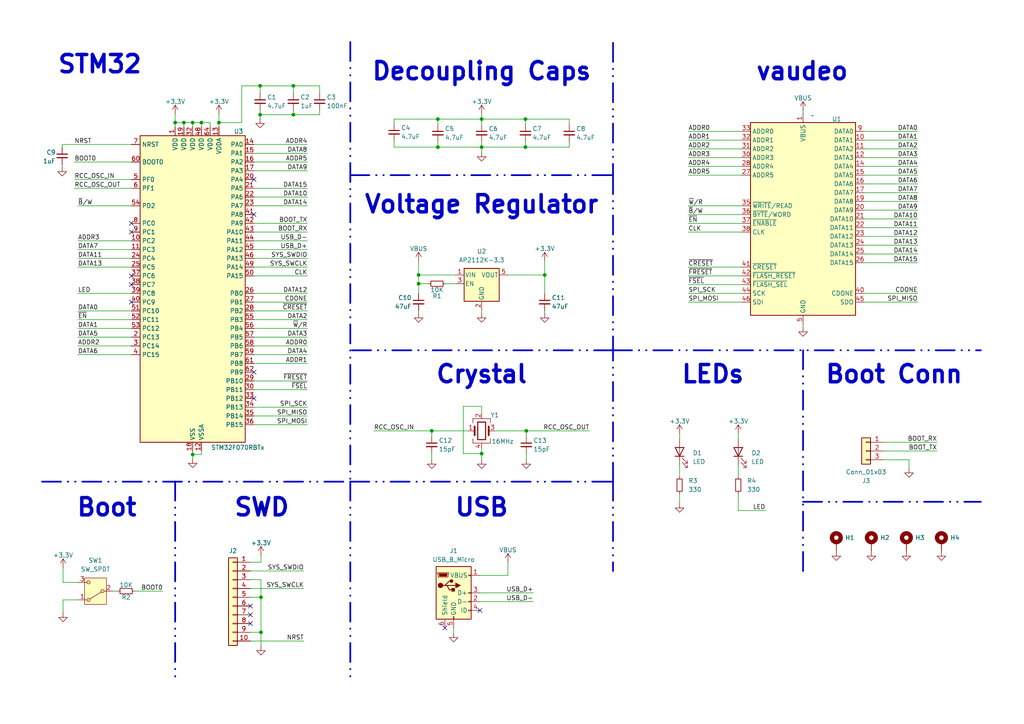
<source format=kicad_sch>
(kicad_sch (version 20231120) (generator "eeschema") (generator_version "8.0")
  (paper "A4")
  (title_block (title "Vaudeo Companion") (date "2025-01-22") (rev "A") (comment 1 "Companion to the vaudeo board") (comment 3 "https://github.com/oricomp/vaudeo") (comment 4 "Created by Jacob Long"))
  (lib_symbols
    (symbol "Connector:USB_B_Micro" (pin_names (offset 1.016))
      (property "Reference" "J" (at -5.08 11.43 0))
      (property "Value" "USB_B_Micro" (at -5.08 8.89 0))
      (symbol "USB_B_Micro_1_1"
        (pin power_out line (at 7.62 5.08 180) (length 2.54) (name "VBUS") (number "1"))
        (pin bidirectional line (at 7.62 -2.54 180) (length 2.54) (name "D-") (number "2"))
        (pin bidirectional line (at 7.62 0 180) (length 2.54) (name "D+") (number "3"))
        (pin passive line (at 7.62 -5.08 180) (length 2.54) (name "ID") (number "4"))
        (pin power_out line (at 0 -10.16 90) (length 2.54) (name "GND") (number "5"))
        (pin passive line (at -2.54 -10.16 90) (length 2.54) (name "Shield") (number "6"))
      )
    )
    (symbol "Connector_Generic:Conn_01x03" (pin_names (offset 1.016) hide)
      (property "Reference" "J" (at 0 5.08 0))
      (property "Value" "Conn_01x03" (at 0 -5.08 0))
      (symbol "Conn_01x03_1_1"
        (pin passive line (at -5.08 2.54 0) (length 3.81) (name "Pin_1") (number "1"))
        (pin passive line (at -5.08 0 0) (length 3.81) (name "Pin_2") (number "2"))
        (pin passive line (at -5.08 -2.54 0) (length 3.81) (name "Pin_3") (number "3"))
      )
    )
    (symbol "Connector_Generic:Conn_01x10" (pin_names (offset 1.016) hide)
      (property "Reference" "J" (at 0 12.7 0))
      (property "Value" "Conn_01x10" (at 0 -15.24 0))
      (symbol "Conn_01x10_1_1"
        (pin passive line (at -5.08 10.16 0) (length 3.81) (name "Pin_1") (number "1"))
        (pin passive line (at -5.08 -12.7 0) (length 3.81) (name "Pin_10") (number "10"))
        (pin passive line (at -5.08 7.62 0) (length 3.81) (name "Pin_2") (number "2"))
        (pin passive line (at -5.08 5.08 0) (length 3.81) (name "Pin_3") (number "3"))
        (pin passive line (at -5.08 2.54 0) (length 3.81) (name "Pin_4") (number "4"))
        (pin passive line (at -5.08 0 0) (length 3.81) (name "Pin_5") (number "5"))
        (pin passive line (at -5.08 -2.54 0) (length 3.81) (name "Pin_6") (number "6"))
        (pin passive line (at -5.08 -5.08 0) (length 3.81) (name "Pin_7") (number "7"))
        (pin passive line (at -5.08 -7.62 0) (length 3.81) (name "Pin_8") (number "8"))
        (pin passive line (at -5.08 -10.16 0) (length 3.81) (name "Pin_9") (number "9"))
      )
    )
    (symbol "Device:C_Small" (pin_numbers hide) (pin_names (offset 0.254) hide)
      (property "Reference" "C" (at 0.254 1.778 0))
      (property "Value" "C_Small" (at 0.254 -2.032 0))
      (symbol "C_Small_1_1"
        (pin passive line (at 0 2.54 270) (length 2.032) (name "~") (number "1"))
        (pin passive line (at 0 -2.54 90) (length 2.032) (name "~") (number "2"))
      )
    )
    (symbol "Device:Crystal_GND24" (pin_names (offset 1.016) hide)
      (property "Reference" "Y" (at 3.175 5.08 0))
      (property "Value" "Crystal_GND24" (at 3.175 3.175 0))
      (symbol "Crystal_GND24_1_1"
        (pin passive line (at -3.81 0 0) (length 1.27) (name "1") (number "1"))
        (pin passive line (at 0 5.08 270) (length 1.27) (name "2") (number "2"))
        (pin passive line (at 3.81 0 180) (length 1.27) (name "3") (number "3"))
        (pin passive line (at 0 -5.08 90) (length 1.27) (name "4") (number "4"))
      )
    )
    (symbol "Device:LED" (pin_numbers hide) (pin_names (offset 1.016) hide)
      (property "Reference" "D" (at 0 2.54 0))
      (property "Value" "LED" (at 0 -2.54 0))
      (symbol "LED_1_1"
        (pin passive line (at -3.81 0 0) (length 2.54) (name "K") (number "1"))
        (pin passive line (at 3.81 0 180) (length 2.54) (name "A") (number "2"))
      )
    )
    (symbol "Device:R_Small" (pin_numbers hide) (pin_names (offset 0.254) hide)
      (property "Reference" "R" (at 0.762 0.508 0))
      (property "Value" "R_Small" (at 0.762 -1.016 0))
      (symbol "R_Small_1_1"
        (pin passive line (at 0 2.54 270) (length 0.762) (name "~") (number "1"))
        (pin passive line (at 0 -2.54 90) (length 0.762) (name "~") (number "2"))
      )
    )
    (symbol "MCU_ST_STM32F0:STM32F070RBTx"
      (property "Reference" "U" (at -15.24 46.99 0))
      (property "Value" "STM32F070RBTx" (at 10.16 46.99 0))
      (symbol "STM32F070RBTx_1_1"
        (pin power_in line (at -5.08 48.26 270) (length 2.54) (name "VDD") (number "1"))
        (pin bidirectional line (at -17.78 15.24 0) (length 2.54) (name "PC2") (number "10"))
        (pin bidirectional line (at -17.78 12.7 0) (length 2.54) (name "PC3") (number "11"))
        (pin power_in line (at 2.54 -45.72 90) (length 2.54) (name "VSSA") (number "12"))
        (pin power_in line (at 7.62 48.26 270) (length 2.54) (name "VDDA") (number "13"))
        (pin bidirectional line (at 17.78 43.18 180) (length 2.54) (name "PA0") (number "14"))
        (pin bidirectional line (at 17.78 40.64 180) (length 2.54) (name "PA1") (number "15"))
        (pin bidirectional line (at 17.78 38.1 180) (length 2.54) (name "PA2") (number "16"))
        (pin bidirectional line (at 17.78 35.56 180) (length 2.54) (name "PA3") (number "17"))
        (pin power_in line (at 0 -45.72 90) (length 2.54) (name "VSS") (number "18"))
        (pin power_in line (at -2.54 48.26 270) (length 2.54) (name "VDD") (number "19"))
        (pin bidirectional line (at -17.78 -12.7 0) (length 2.54) (name "PC13") (number "2"))
        (pin bidirectional line (at 17.78 33.02 180) (length 2.54) (name "PA4") (number "20"))
        (pin bidirectional line (at 17.78 30.48 180) (length 2.54) (name "PA5") (number "21"))
        (pin bidirectional line (at 17.78 27.94 180) (length 2.54) (name "PA6") (number "22"))
        (pin bidirectional line (at 17.78 25.4 180) (length 2.54) (name "PA7") (number "23"))
        (pin bidirectional line (at -17.78 10.16 0) (length 2.54) (name "PC4") (number "24"))
        (pin bidirectional line (at -17.78 7.62 0) (length 2.54) (name "PC5") (number "25"))
        (pin bidirectional line (at 17.78 0 180) (length 2.54) (name "PB0") (number "26"))
        (pin bidirectional line (at 17.78 -2.54 180) (length 2.54) (name "PB1") (number "27"))
        (pin bidirectional line (at 17.78 -5.08 180) (length 2.54) (name "PB2") (number "28"))
        (pin bidirectional line (at 17.78 -25.4 180) (length 2.54) (name "PB10") (number "29"))
        (pin bidirectional line (at -17.78 -15.24 0) (length 2.54) (name "PC14") (number "3"))
        (pin bidirectional line (at 17.78 -27.94 180) (length 2.54) (name "PB11") (number "30"))
        (pin passive line (at 0 -45.72 90) (length 2.54) hide (name "VSS") (number "31"))
        (pin power_in line (at 0 48.26 270) (length 2.54) (name "VDD") (number "32"))
        (pin bidirectional line (at 17.78 -30.48 180) (length 2.54) (name "PB12") (number "33"))
        (pin bidirectional line (at 17.78 -33.02 180) (length 2.54) (name "PB13") (number "34"))
        (pin bidirectional line (at 17.78 -35.56 180) (length 2.54) (name "PB14") (number "35"))
        (pin bidirectional line (at 17.78 -38.1 180) (length 2.54) (name "PB15") (number "36"))
        (pin bidirectional line (at -17.78 5.08 0) (length 2.54) (name "PC6") (number "37"))
        (pin bidirectional line (at -17.78 2.54 0) (length 2.54) (name "PC7") (number "38"))
        (pin bidirectional line (at -17.78 0 0) (length 2.54) (name "PC8") (number "39"))
        (pin bidirectional line (at -17.78 -17.78 0) (length 2.54) (name "PC15") (number "4"))
        (pin bidirectional line (at -17.78 -2.54 0) (length 2.54) (name "PC9") (number "40"))
        (pin bidirectional line (at 17.78 22.86 180) (length 2.54) (name "PA8") (number "41"))
        (pin bidirectional line (at 17.78 20.32 180) (length 2.54) (name "PA9") (number "42"))
        (pin bidirectional line (at 17.78 17.78 180) (length 2.54) (name "PA10") (number "43"))
        (pin bidirectional line (at 17.78 15.24 180) (length 2.54) (name "PA11") (number "44"))
        (pin bidirectional line (at 17.78 12.7 180) (length 2.54) (name "PA12") (number "45"))
        (pin bidirectional line (at 17.78 10.16 180) (length 2.54) (name "PA13") (number "46"))
        (pin passive line (at 0 -45.72 90) (length 2.54) hide (name "VSS") (number "47"))
        (pin power_in line (at 2.54 48.26 270) (length 2.54) (name "VDD") (number "48"))
        (pin bidirectional line (at 17.78 7.62 180) (length 2.54) (name "PA14") (number "49"))
        (pin bidirectional line (at -17.78 33.02 0) (length 2.54) (name "PF0") (number "5"))
        (pin bidirectional line (at 17.78 5.08 180) (length 2.54) (name "PA15") (number "50"))
        (pin bidirectional line (at -17.78 -5.08 0) (length 2.54) (name "PC10") (number "51"))
        (pin bidirectional line (at -17.78 -7.62 0) (length 2.54) (name "PC11") (number "52"))
        (pin bidirectional line (at -17.78 -10.16 0) (length 2.54) (name "PC12") (number "53"))
        (pin bidirectional line (at -17.78 25.4 0) (length 2.54) (name "PD2") (number "54"))
        (pin bidirectional line (at 17.78 -7.62 180) (length 2.54) (name "PB3") (number "55"))
        (pin bidirectional line (at 17.78 -10.16 180) (length 2.54) (name "PB4") (number "56"))
        (pin bidirectional line (at 17.78 -12.7 180) (length 2.54) (name "PB5") (number "57"))
        (pin bidirectional line (at 17.78 -15.24 180) (length 2.54) (name "PB6") (number "58"))
        (pin bidirectional line (at 17.78 -17.78 180) (length 2.54) (name "PB7") (number "59"))
        (pin bidirectional line (at -17.78 30.48 0) (length 2.54) (name "PF1") (number "6"))
        (pin input line (at -17.78 38.1 0) (length 2.54) (name "BOOT0") (number "60"))
        (pin bidirectional line (at 17.78 -20.32 180) (length 2.54) (name "PB8") (number "61"))
        (pin bidirectional line (at 17.78 -22.86 180) (length 2.54) (name "PB9") (number "62"))
        (pin passive line (at 0 -45.72 90) (length 2.54) hide (name "VSS") (number "63"))
        (pin power_in line (at 5.08 48.26 270) (length 2.54) (name "VDD") (number "64"))
        (pin input line (at -17.78 43.18 0) (length 2.54) (name "NRST") (number "7"))
        (pin bidirectional line (at -17.78 20.32 0) (length 2.54) (name "PC0") (number "8"))
        (pin bidirectional line (at -17.78 17.78 0) (length 2.54) (name "PC1") (number "9"))
      )
    )
    (symbol "Mechanical:MountingHole_Pad" (pin_numbers hide) (pin_names (offset 1.016) hide) (exclude_from_sim yes) (in_bom no)
      (property "Reference" "H" (at 0 6.35 0))
      (property "Value" "MountingHole_Pad" (at 0 4.445 0))
      (symbol "MountingHole_Pad_1_1"
        (pin input line (at 0 -2.54 90) (length 2.54) (name "1") (number "1"))
      )
    )
    (symbol "Regulator_Linear:AP2112K-3.3" (pin_names (offset 0.254))
      (property "Reference" "U" (at -5.08 5.715 0))
      (property "Value" "AP2112K-3.3" (at 0 5.715 0))
      (symbol "AP2112K-3.3_1_1"
        (pin power_in line (at -7.62 2.54 0) (length 2.54) (name "VIN") (number "1"))
        (pin power_in line (at 0 -7.62 90) (length 2.54) (name "GND") (number "2"))
        (pin input line (at -7.62 0 0) (length 2.54) (name "EN") (number "3"))
        (pin no_connect line (at 5.08 0 180) (length 2.54) hide (name "NC") (number "4"))
        (pin power_out line (at 7.62 2.54 180) (length 2.54) (name "VOUT") (number "5"))
      )
    )
    (symbol "Switch:SW_SPDT" (pin_names (offset 0) hide)
      (property "Reference" "SW" (at 0 5.08 0))
      (property "Value" "SW_SPDT" (at 0 -5.08 0))
      (symbol "SW_SPDT_1_1"
        (pin passive line (at 5.08 2.54 180) (length 2.54) (name "A") (number "1"))
        (pin passive line (at -5.08 0 0) (length 2.54) (name "B") (number "2"))
        (pin passive line (at 5.08 -2.54 180) (length 2.54) (name "C") (number "3"))
      )
    )
    (symbol "power:+3.3V" (power) (pin_numbers hide) (pin_names (offset 0) hide)
      (property "Value" "+3.3V" (at 0 3.556 0))
      (symbol "+3.3V_1_1"
        (pin power_in line (at 0 0 90) (length 0) (name "~") (number "1"))
      )
    )
    (symbol "power:GND" (power) (pin_numbers hide) (pin_names (offset 0) hide)
      (property "Value" "GND" (at 0 -3.81 0))
      (symbol "GND_1_1"
        (pin power_in line (at 0 0 270) (length 0) (name "~") (number "1"))
      )
    )
    (symbol "power:VBUS" (power) (pin_numbers hide) (pin_names (offset 0) hide)
      (property "Value" "VBUS" (at 0 3.556 0))
      (symbol "VBUS_1_1"
        (pin power_in line (at 0 0 90) (length 0) (name "~") (number "1"))
      )
    )
    (symbol "vaudeo:vaudeo"
      (property "Reference" "U" (at 10.414 32.766 0))
      (symbol "vaudeo_0_0"
        (pin power_in line (at 0 34.29 270) (length 2.54) (name "VBUS") (number "1"))
        (pin bidirectional line (at 17.78 26.67 180) (length 2.54) (name "DATA1") (number "10"))
        (pin bidirectional line (at 17.78 24.13 180) (length 2.54) (name "DATA2") (number "11"))
        (pin bidirectional line (at 17.78 21.59 180) (length 2.54) (name "DATA3") (number "12"))
        (pin bidirectional line (at 17.78 19.05 180) (length 2.54) (name "DATA4") (number "14"))
        (pin bidirectional line (at 17.78 16.51 180) (length 2.54) (name "DATA5") (number "15"))
        (pin bidirectional line (at 17.78 13.97 180) (length 2.54) (name "DATA6") (number "16"))
        (pin bidirectional line (at 17.78 11.43 180) (length 2.54) (name "DATA7") (number "17"))
        (pin bidirectional line (at 17.78 8.89 180) (length 2.54) (name "DATA8") (number "19"))
        (pin bidirectional line (at 17.78 6.35 180) (length 2.54) (name "DATA9") (number "20"))
        (pin bidirectional line (at 17.78 3.81 180) (length 2.54) (name "DATA10") (number "21"))
        (pin bidirectional line (at 17.78 1.27 180) (length 2.54) (name "DATA11") (number "22"))
        (pin bidirectional line (at 17.78 -1.27 180) (length 2.54) (name "DATA12") (number "23"))
        (pin bidirectional line (at 17.78 -3.81 180) (length 2.54) (name "DATA13") (number "24"))
        (pin bidirectional line (at 17.78 -6.35 180) (length 2.54) (name "DATA14") (number "25"))
        (pin bidirectional line (at 17.78 -8.89 180) (length 2.54) (name "DATA15") (number "26"))
        (pin input line (at -17.78 16.51 0) (length 2.54) (name "ADDR5") (number "27"))
        (pin input line (at -17.78 19.05 0) (length 2.54) (name "ADDR4") (number "28"))
        (pin input line (at -17.78 21.59 0) (length 2.54) (name "ADDR3") (number "30"))
        (pin input line (at -17.78 24.13 0) (length 2.54) (name "ADDR2") (number "31"))
        (pin input line (at -17.78 26.67 0) (length 2.54) (name "ADDR1") (number "32"))
        (pin input line (at -17.78 29.21 0) (length 2.54) (name "ADDR0") (number "33"))
        (pin input line (at -17.78 7.62 0) (length 2.54) (name "~{WRITE}/READ") (number "35"))
        (pin input line (at -17.78 5.08 0) (length 2.54) (name "~{BYTE}/WORD") (number "36"))
        (pin input line (at -17.78 2.54 0) (length 2.54) (name "~{ENABLE}") (number "37"))
        (pin input line (at -17.78 0 0) (length 2.54) (name "CLK") (number "38"))
        (pin output line (at 17.78 -17.78 180) (length 2.54) (name "CDONE") (number "40"))
        (pin input line (at -17.78 -10.16 0) (length 2.54) (name "~{CRESET}") (number "41"))
        (pin input line (at -17.78 -12.7 0) (length 2.54) (name "~{FLASH_RESET}") (number "42"))
        (pin input line (at -17.78 -15.24 0) (length 2.54) (name "~{FLASH_SEL}") (number "43"))
        (pin input line (at -17.78 -17.78 0) (length 2.54) (name "SCK") (number "44"))
        (pin output line (at 17.78 -20.32 180) (length 2.54) (name "SDO") (number "45"))
        (pin input line (at -17.78 -20.32 0) (length 2.54) (name "SDI") (number "46"))
        (pin bidirectional line (at 17.78 29.21 180) (length 2.54) (name "DATA0") (number "9"))
      )
      (symbol "vaudeo_1_0"
        (pin power_in line (at 0 -26.67 90) (length 2.54) hide (name "GND") (number "13"))
        (pin power_in line (at 0 -26.67 90) (length 2.54) hide (name "GND") (number "18"))
        (pin power_in line (at 0 34.29 270) (length 2.54) hide (name "VBUS") (number "2"))
        (pin power_in line (at 0 -26.67 90) (length 2.54) hide (name "GND") (number "29"))
        (pin power_in line (at 0 34.29 270) (length 2.54) hide (name "VBUS") (number "3"))
        (pin power_in line (at 0 -26.67 90) (length 2.54) hide (name "GND") (number "34"))
        (pin power_in line (at 0 -26.67 90) (length 2.54) hide (name "GND") (number "39"))
        (pin power_in line (at 0 34.29 270) (length 2.54) hide (name "VBUS") (number "4"))
        (pin power_in line (at 0 -26.67 90) (length 2.54) (name "GND") (number "5"))
        (pin power_in line (at 0 -26.67 90) (length 2.54) hide (name "GND") (number "6"))
        (pin power_in line (at 0 -26.67 90) (length 2.54) hide (name "GND") (number "7"))
        (pin power_in line (at 0 -26.67 90) (length 2.54) hide (name "GND") (number "8"))
      )
    )
  )
  (junction (at 50.8 35.56))
  (junction (at 53.34 35.56))
  (junction (at 55.88 35.56))
  (junction (at 75.692 173.228))
  (junction (at 85.09 24.892))
  (junction (at 85.09 33.274))
  (junction (at 152.4 34.544))
  (junction (at 139.7 131.572))
  (junction (at 139.7 42.672))
  (junction (at 157.988 79.756))
  (junction (at 55.88 131.826))
  (junction (at 75.692 183.388))
  (junction (at 127 34.544))
  (junction (at 75.438 24.892))
  (junction (at 152.4 42.672))
  (junction (at 75.438 33.274))
  (junction (at 121.412 82.296))
  (junction (at 58.42 35.56))
  (junction (at 139.7 34.544))
  (junction (at 152.654 124.968))
  (junction (at 63.5 35.56))
  (junction (at 121.412 79.756))
  (junction (at 125.222 124.968))
  (junction (at 127 42.672))
  (no_connect (at 38.1 87.63))
  (no_connect (at 38.1 80.01))
  (no_connect (at 72.644 175.768))
  (no_connect (at 38.1 67.31))
  (no_connect (at 73.66 115.57))
  (no_connect (at 72.644 178.308))
  (no_connect (at 38.1 82.55))
  (no_connect (at 139.192 177.038))
  (no_connect (at 38.1 64.77))
  (no_connect (at 73.66 62.23))
  (no_connect (at 72.644 180.848))
  (no_connect (at 73.66 52.07))
  (no_connect (at 129.032 182.118))
  (no_connect (at 73.66 107.95))
  (wire (pts (xy 73.66 59.69) (xy 89.154 59.69)))
  (wire (pts (xy 250.698 58.42) (xy 266.192 58.42)))
  (wire (pts (xy 263.652 133.35) (xy 256.286 133.35)))
  (wire (pts (xy 215.138 50.8) (xy 199.644 50.8)))
  (wire (pts (xy 165.1 41.148) (xy 165.1 42.672)))
  (wire (pts (xy 72.644 185.928) (xy 88.138 185.928)))
  (wire (pts (xy 131.572 183.642) (xy 131.572 182.118)))
  (wire (pts (xy 75.438 32.004) (xy 75.438 33.274)))
  (wire (pts (xy 55.88 35.56) (xy 58.42 35.56)))
  (wire (pts (xy 75.692 187.452) (xy 75.692 183.388)))
  (wire (pts (xy 55.88 131.826) (xy 55.88 130.81)))
  (wire (pts (xy 250.698 71.12) (xy 266.192 71.12)))
  (wire (pts (xy 139.7 44.196) (xy 139.7 42.672)))
  (wire (pts (xy 58.42 131.826) (xy 55.88 131.826)))
  (wire (pts (xy 134.366 131.572) (xy 139.7 131.572)))
  (wire (pts (xy 215.138 59.69) (xy 199.644 59.69)))
  (wire (pts (xy 215.138 77.47) (xy 199.644 77.47)))
  (wire (pts (xy 38.1 100.33) (xy 22.606 100.33)))
  (wire (pts (xy 55.88 133.096) (xy 55.88 131.826)))
  (wire (pts (xy 73.66 120.65) (xy 89.154 120.65)))
  (wire (pts (xy 70.104 24.892) (xy 70.104 35.56)))
  (wire (pts (xy 215.138 67.31) (xy 199.644 67.31)))
  (wire (pts (xy 121.412 90.17) (xy 121.412 90.932)))
  (wire (pts (xy 215.138 38.1) (xy 199.644 38.1)))
  (polyline (pts (xy 50.8 139.7) (xy 50.8 197.612)) (stroke (width 0.5) (type dash_dot_dot)))
  (wire (pts (xy 121.412 79.756) (xy 121.412 82.296)))
  (wire (pts (xy 58.42 35.56) (xy 60.96 35.56)))
  (wire (pts (xy 215.138 64.77) (xy 199.644 64.77)))
  (wire (pts (xy 75.692 163.068) (xy 75.692 161.036)))
  (wire (pts (xy 139.7 117.856) (xy 134.366 117.856)))
  (wire (pts (xy 92.71 32.004) (xy 92.71 33.274)))
  (wire (pts (xy 121.412 79.756) (xy 132.08 79.756)))
  (wire (pts (xy 73.66 87.63) (xy 89.154 87.63)))
  (wire (pts (xy 89.154 74.93) (xy 73.66 74.93)))
  (wire (pts (xy 114.3 42.672) (xy 127 42.672)))
  (wire (pts (xy 85.09 32.004) (xy 85.09 33.274)))
  (wire (pts (xy 157.988 85.09) (xy 157.988 79.756)))
  (wire (pts (xy 256.286 130.81) (xy 271.78 130.81)))
  (wire (pts (xy 124.206 82.296) (xy 121.412 82.296)))
  (wire (pts (xy 85.09 24.892) (xy 75.438 24.892)))
  (wire (pts (xy 215.138 85.09) (xy 199.644 85.09)))
  (wire (pts (xy 215.138 48.26) (xy 199.644 48.26)))
  (wire (pts (xy 38.1 90.17) (xy 22.606 90.17)))
  (wire (pts (xy 38.1 77.47) (xy 22.606 77.47)))
  (polyline (pts (xy 101.6 139.7) (xy 177.8 139.7)) (stroke (width 0.5) (type dash_dot_dot)))
  (wire (pts (xy 63.5 33.02) (xy 63.5 35.56)))
  (wire (pts (xy 22.606 168.91) (xy 18.288 168.91)))
  (polyline (pts (xy 232.918 101.6) (xy 232.918 165.608)) (stroke (width 0.5) (type dash_dot_dot)))
  (wire (pts (xy 38.1 92.71) (xy 22.606 92.71)))
  (wire (pts (xy 18.034 41.91) (xy 18.034 42.672)))
  (wire (pts (xy 250.698 50.8) (xy 266.192 50.8)))
  (wire (pts (xy 154.686 174.498) (xy 139.192 174.498)))
  (wire (pts (xy 197.104 127.254) (xy 197.104 125.73)))
  (wire (pts (xy 73.66 123.19) (xy 89.154 123.19)))
  (wire (pts (xy 47.244 171.45) (xy 39.116 171.45)))
  (wire (pts (xy 55.88 35.56) (xy 55.88 36.83)))
  (wire (pts (xy 38.1 59.69) (xy 22.606 59.69)))
  (polyline (pts (xy 177.8 139.7) (xy 177.8 165.608)) (stroke (width 0.5) (type dash_dot_dot)))
  (wire (pts (xy 139.7 133.35) (xy 139.7 131.572)))
  (wire (pts (xy 60.96 36.83) (xy 60.96 35.56)))
  (wire (pts (xy 250.698 43.18) (xy 266.192 43.18)))
  (wire (pts (xy 250.698 85.09) (xy 266.192 85.09)))
  (wire (pts (xy 127 36.068) (xy 127 34.544)))
  (wire (pts (xy 152.4 42.672) (xy 165.1 42.672)))
  (wire (pts (xy 38.1 102.87) (xy 22.606 102.87)))
  (wire (pts (xy 121.412 75.692) (xy 121.412 79.756)))
  (wire (pts (xy 250.698 73.66) (xy 266.192 73.66)))
  (wire (pts (xy 262.89 160.02) (xy 262.89 159.766)))
  (polyline (pts (xy 177.8 139.7) (xy 177.8 101.346)) (stroke (width 0.5) (type dash_dot_dot)))
  (wire (pts (xy 215.138 45.72) (xy 199.644 45.72)))
  (wire (pts (xy 250.698 55.88) (xy 266.192 55.88)))
  (wire (pts (xy 250.698 68.58) (xy 266.192 68.58)))
  (wire (pts (xy 273.05 160.02) (xy 273.05 159.766)))
  (wire (pts (xy 139.7 42.672) (xy 152.4 42.672)))
  (wire (pts (xy 73.66 46.99) (xy 89.154 46.99)))
  (wire (pts (xy 38.1 85.09) (xy 22.606 85.09)))
  (wire (pts (xy 154.686 171.958) (xy 139.192 171.958)))
  (wire (pts (xy 58.42 36.83) (xy 58.42 35.56)))
  (wire (pts (xy 143.51 124.968) (xy 152.654 124.968)))
  (wire (pts (xy 38.1 72.39) (xy 22.606 72.39)))
  (wire (pts (xy 214.122 148.082) (xy 221.996 148.082)))
  (wire (pts (xy 21.59 46.99) (xy 38.1 46.99)))
  (wire (pts (xy 75.438 34.544) (xy 75.438 33.274)))
  (wire (pts (xy 127 42.672) (xy 139.7 42.672)))
  (wire (pts (xy 250.698 66.04) (xy 266.192 66.04)))
  (wire (pts (xy 250.698 63.5) (xy 266.192 63.5)))
  (wire (pts (xy 232.918 94.996) (xy 232.918 93.98)))
  (wire (pts (xy 73.66 92.71) (xy 89.154 92.71)))
  (wire (pts (xy 73.66 49.53) (xy 89.154 49.53)))
  (wire (pts (xy 85.09 26.924) (xy 85.09 24.892)))
  (wire (pts (xy 73.66 97.79) (xy 89.154 97.79)))
  (wire (pts (xy 88.138 170.688) (xy 72.644 170.688)))
  (wire (pts (xy 73.66 95.25) (xy 89.154 95.25)))
  (wire (pts (xy 114.3 34.544) (xy 127 34.544)))
  (polyline (pts (xy 232.918 145.542) (xy 284.48 145.542)) (stroke (width 0.5) (type dash_dot_dot)))
  (wire (pts (xy 152.4 34.544) (xy 152.4 36.068)))
  (wire (pts (xy 250.698 76.2) (xy 266.192 76.2)))
  (wire (pts (xy 38.1 95.25) (xy 22.606 95.25)))
  (wire (pts (xy 73.66 64.77) (xy 89.154 64.77)))
  (wire (pts (xy 73.66 67.31) (xy 89.154 67.31)))
  (wire (pts (xy 215.138 82.55) (xy 199.644 82.55)))
  (wire (pts (xy 157.988 79.756) (xy 147.32 79.756)))
  (wire (pts (xy 89.154 69.85) (xy 73.66 69.85)))
  (wire (pts (xy 252.73 160.02) (xy 252.73 159.766)))
  (wire (pts (xy 73.66 57.15) (xy 89.154 57.15)))
  (wire (pts (xy 125.222 126.492) (xy 125.222 124.968)))
  (wire (pts (xy 250.698 87.63) (xy 266.192 87.63)))
  (wire (pts (xy 75.438 26.924) (xy 75.438 24.892)))
  (wire (pts (xy 18.034 47.752) (xy 18.034 48.514)))
  (wire (pts (xy 38.1 69.85) (xy 22.606 69.85)))
  (wire (pts (xy 92.71 26.924) (xy 92.71 24.892)))
  (wire (pts (xy 73.66 41.91) (xy 89.154 41.91)))
  (wire (pts (xy 125.222 133.35) (xy 125.222 131.572)))
  (wire (pts (xy 242.57 160.02) (xy 242.57 159.766)))
  (wire (pts (xy 50.8 33.02) (xy 50.8 35.56)))
  (wire (pts (xy 139.7 42.672) (xy 139.7 41.148)))
  (wire (pts (xy 165.1 36.068) (xy 165.1 34.544)))
  (polyline (pts (xy 101.6 139.7) (xy 101.6 197.612)) (stroke (width 0.5) (type dash_dot_dot)))
  (wire (pts (xy 73.66 100.33) (xy 89.154 100.33)))
  (wire (pts (xy 89.154 72.39) (xy 73.66 72.39)))
  (wire (pts (xy 139.192 166.878) (xy 147.32 166.878)))
  (wire (pts (xy 73.66 44.45) (xy 89.154 44.45)))
  (wire (pts (xy 134.366 117.856) (xy 134.366 131.572)))
  (wire (pts (xy 139.7 34.544) (xy 139.7 36.068)))
  (wire (pts (xy 157.988 75.692) (xy 157.988 79.756)))
  (wire (pts (xy 250.698 38.1) (xy 266.192 38.1)))
  (polyline (pts (xy 101.6 12.192) (xy 101.6 139.7)) (stroke (width 0.5) (type dash_dot_dot)))
  (wire (pts (xy 132.08 82.296) (xy 129.286 82.296)))
  (wire (pts (xy 263.652 135.89) (xy 263.652 133.35)))
  (wire (pts (xy 197.104 138.176) (xy 197.104 134.874)))
  (wire (pts (xy 18.288 173.99) (xy 22.606 173.99)))
  (wire (pts (xy 232.918 32.004) (xy 232.918 33.02)))
  (wire (pts (xy 18.034 41.91) (xy 38.1 41.91)))
  (wire (pts (xy 214.122 138.176) (xy 214.122 134.874)))
  (wire (pts (xy 75.692 173.228) (xy 75.692 183.388)))
  (wire (pts (xy 85.09 33.274) (xy 92.71 33.274)))
  (wire (pts (xy 73.66 80.01) (xy 89.154 80.01)))
  (wire (pts (xy 73.66 113.03) (xy 89.154 113.03)))
  (wire (pts (xy 75.692 168.148) (xy 75.692 173.228)))
  (polyline (pts (xy 177.8 101.6) (xy 284.48 101.6)) (stroke (width 0.5) (type dash_dot_dot)))
  (wire (pts (xy 250.698 60.96) (xy 266.192 60.96)))
  (wire (pts (xy 75.438 24.892) (xy 70.104 24.892)))
  (wire (pts (xy 53.34 35.56) (xy 50.8 35.56)))
  (wire (pts (xy 72.644 183.388) (xy 75.692 183.388)))
  (wire (pts (xy 157.988 90.17) (xy 157.988 90.932)))
  (wire (pts (xy 197.104 146.05) (xy 197.104 143.256)))
  (wire (pts (xy 73.66 102.87) (xy 89.154 102.87)))
  (wire (pts (xy 114.3 35.814) (xy 114.3 34.544)))
  (wire (pts (xy 38.1 74.93) (xy 22.606 74.93)))
  (wire (pts (xy 152.4 34.544) (xy 139.7 34.544)))
  (wire (pts (xy 165.1 34.544) (xy 152.4 34.544)))
  (wire (pts (xy 139.7 90.932) (xy 139.7 89.916)))
  (wire (pts (xy 21.59 52.07) (xy 38.1 52.07)))
  (wire (pts (xy 139.7 119.888) (xy 139.7 117.856)))
  (polyline (pts (xy 177.8 12.446) (xy 177.8 50.8)) (stroke (width 0.5) (type dash_dot_dot)))
  (wire (pts (xy 72.644 173.228) (xy 75.692 173.228)))
  (wire (pts (xy 215.138 43.18) (xy 199.644 43.18)))
  (wire (pts (xy 250.698 48.26) (xy 266.192 48.26)))
  (wire (pts (xy 127 34.544) (xy 139.7 34.544)))
  (wire (pts (xy 114.3 40.894) (xy 114.3 42.672)))
  (wire (pts (xy 152.654 124.968) (xy 170.942 124.968)))
  (wire (pts (xy 18.288 177.8) (xy 18.288 173.99)))
  (polyline (pts (xy 101.6 50.8) (xy 177.8 50.8)) (stroke (width 0.5) (type dash_dot_dot)))
  (wire (pts (xy 88.138 165.608) (xy 72.644 165.608)))
  (wire (pts (xy 89.154 77.47) (xy 73.66 77.47)))
  (wire (pts (xy 73.66 90.17) (xy 89.154 90.17)))
  (wire (pts (xy 21.59 54.61) (xy 38.1 54.61)))
  (wire (pts (xy 214.122 127.254) (xy 214.122 125.73)))
  (wire (pts (xy 250.698 40.64) (xy 266.192 40.64)))
  (wire (pts (xy 72.644 163.068) (xy 75.692 163.068)))
  (polyline (pts (xy 177.8 101.6) (xy 101.6 101.6)) (stroke (width 0.5) (type dash_dot_dot)))
  (wire (pts (xy 127 41.148) (xy 127 42.672)))
  (wire (pts (xy 34.036 171.45) (xy 32.766 171.45)))
  (wire (pts (xy 152.654 126.492) (xy 152.654 124.968)))
  (wire (pts (xy 70.104 35.56) (xy 63.5 35.56)))
  (wire (pts (xy 72.644 168.148) (xy 75.692 168.148)))
  (wire (pts (xy 256.286 128.27) (xy 271.78 128.27)))
  (wire (pts (xy 63.5 35.56) (xy 63.5 36.83)))
  (wire (pts (xy 215.138 80.01) (xy 199.644 80.01)))
  (wire (pts (xy 147.32 163.068) (xy 147.32 166.878)))
  (polyline (pts (xy 12.192 139.7) (xy 101.6 139.7)) (stroke (width 0.5) (type dash_dot_dot)))
  (wire (pts (xy 125.222 124.968) (xy 135.89 124.968)))
  (wire (pts (xy 73.66 105.41) (xy 89.154 105.41)))
  (wire (pts (xy 139.7 33.02) (xy 139.7 34.544)))
  (wire (pts (xy 55.88 35.56) (xy 53.34 35.56)))
  (wire (pts (xy 214.122 143.256) (xy 214.122 148.082)))
  (wire (pts (xy 215.138 62.23) (xy 199.644 62.23)))
  (wire (pts (xy 73.66 85.09) (xy 89.154 85.09)))
  (wire (pts (xy 215.138 87.63) (xy 199.644 87.63)))
  (wire (pts (xy 73.66 110.49) (xy 89.154 110.49)))
  (wire (pts (xy 139.7 131.572) (xy 139.7 130.048)))
  (wire (pts (xy 75.438 33.274) (xy 85.09 33.274)))
  (wire (pts (xy 38.1 97.79) (xy 22.606 97.79)))
  (wire (pts (xy 250.698 53.34) (xy 266.192 53.34)))
  (wire (pts (xy 53.34 35.56) (xy 53.34 36.83)))
  (wire (pts (xy 73.66 118.11) (xy 89.154 118.11)))
  (wire (pts (xy 215.138 40.64) (xy 199.644 40.64)))
  (wire (pts (xy 152.4 41.148) (xy 152.4 42.672)))
  (wire (pts (xy 121.412 82.296) (xy 121.412 85.09)))
  (wire (pts (xy 250.698 45.72) (xy 266.192 45.72)))
  (wire (pts (xy 18.288 164.592) (xy 18.288 168.91)))
  (wire (pts (xy 152.654 133.35) (xy 152.654 131.572)))
  (wire (pts (xy 73.66 54.61) (xy 89.154 54.61)))
  (wire (pts (xy 92.71 24.892) (xy 85.09 24.892)))
  (wire (pts (xy 108.458 124.968) (xy 125.222 124.968)))
  (wire (pts (xy 50.8 35.56) (xy 50.8 36.83)))
  (polyline (pts (xy 177.8 50.8) (xy 177.8 101.6)) (stroke (width 0.5) (type dash_dot_dot)))
  (wire (pts (xy 58.42 130.81) (xy 58.42 131.826)))
  (text "LEDs" (at 206.756 108.712 0) (effects (font (size 5 5) (thickness 1) (bold yes))))
  (text "Boot" (at 30.988 147.32 0) (effects (font (size 5 5) (thickness 1) (bold yes))))
  (text "SWD" (at 75.946 147.32 0) (effects (font (size 5 5) (thickness 1) (bold yes))))
  (text "Crystal" (at 139.7 108.712 0) (effects (font (size 5 5) (thickness 1) (bold yes))))
  (text "Boot Conn" (at 259.334 108.712 0) (effects (font (size 5 5) (thickness 1) (bold yes))))
  (text "Decoupling Caps" (at 139.7 20.828 0) (effects (font (size 5 5) (thickness 1) (bold yes))))
  (text "USB" (at 139.7 147.32 0) (effects (font (size 5 5) (thickness 1) (bold yes))))
  (text "STM32" (at 28.956 18.796 0) (effects (font (size 5 5) (thickness 1) (bold yes))))
  (text "vaudeo" (at 232.664 20.828 0) (effects (font (size 5 5) (thickness 1) (bold yes))))
  (text "Voltage Regulator" (at 139.7 59.436 0) (effects (font (size 5 5) (thickness 1) (bold yes))))
  (label "SPI_MOSI" (at 89.154 123.19 180))
  (label "~{EN}" (at 199.644 64.77 0))
  (label "~{FRESET}" (at 199.644 80.01 0))
  (label "ADDR5" (at 89.154 46.99 180))
  (label "DATA3" (at 266.192 45.72 180))
  (label "ADDR4" (at 89.154 41.91 180))
  (label "DATA4" (at 266.192 48.26 180))
  (label "SYS_SWCLK" (at 88.138 170.688 180))
  (label "ADDR5" (at 199.644 50.8 0))
  (label "DATA1" (at 22.606 95.25 0))
  (label "BOOT_RX" (at 271.78 128.27 180))
  (label "SYS_SWCLK" (at 89.154 77.47 180))
  (label "USB_D+" (at 154.686 171.958 180))
  (label "DATA2" (at 266.192 43.18 180))
  (label "BOOT_RX" (at 89.154 67.31 180))
  (label "DATA0" (at 266.192 38.1 180))
  (label "SPI_MISO" (at 89.154 120.65 180))
  (label "DATA6" (at 22.606 102.87 0))
  (label "BOOT_TX" (at 271.78 130.81 180))
  (label "DATA7" (at 266.192 55.88 180))
  (label "DATA15" (at 266.192 76.2 180))
  (label "NRST" (at 88.138 185.928 180))
  (label "SPI_SCK" (at 199.644 85.09 0))
  (label "~{FSEL}" (at 89.154 113.03 180))
  (label "DATA7" (at 22.606 72.39 0))
  (label "ADDR4" (at 199.644 48.26 0))
  (label "SYS_SWDIO" (at 88.138 165.608 180))
  (label "DATA1" (at 266.192 40.64 180))
  (label "CDONE" (at 89.154 87.63 180))
  (label "CLK" (at 89.154 80.01 180))
  (label "RCC_OSC_IN" (at 108.458 124.968 0))
  (label "DATA6" (at 266.192 53.34 180))
  (label "SPI_SCK" (at 89.154 118.11 180))
  (label "DATA0" (at 22.606 90.17 0))
  (label "LED" (at 22.606 85.09 0))
  (label "USB_D-" (at 89.154 69.85 180))
  (label "SPI_MISO" (at 266.192 87.63 180))
  (label "ADDR2" (at 22.606 100.33 0))
  (label "ADDR1" (at 199.644 40.64 0))
  (label "ADDR2" (at 199.644 43.18 0))
  (label "ADDR1" (at 89.154 105.41 180))
  (label "RCC_OSC_OUT" (at 21.59 54.61 0))
  (label "DATA12" (at 266.192 68.58 180))
  (label "~{B}{slash}W" (at 22.606 59.69 0))
  (label "DATA5" (at 22.606 97.79 0))
  (label "DATA9" (at 89.154 49.53 180))
  (label "RCC_OSC_OUT" (at 170.942 124.968 180))
  (label "BOOT0" (at 47.244 171.45 180))
  (label "BOOT0" (at 21.59 46.99 0))
  (label "DATA14" (at 266.192 73.66 180))
  (label "DATA12" (at 89.154 85.09 180))
  (label "~{CRESET}" (at 199.644 77.47 0))
  (label "DATA11" (at 22.606 74.93 0))
  (label "DATA14" (at 89.154 59.69 180))
  (label "BOOT_TX" (at 89.154 64.77 180))
  (label "~{EN}" (at 22.606 92.71 0))
  (label "DATA13" (at 22.606 77.47 0))
  (label "DATA15" (at 89.154 54.61 180))
  (label "DATA5" (at 266.192 50.8 180))
  (label "LED" (at 221.996 148.082 180))
  (label "CDONE" (at 266.192 85.09 180))
  (label "ADDR3" (at 199.644 45.72 0))
  (label "DATA8" (at 266.192 58.42 180))
  (label "~{W}{slash}R" (at 199.644 59.69 0))
  (label "ADDR0" (at 199.644 38.1 0))
  (label "RCC_OSC_IN" (at 21.59 52.07 0))
  (label "USB_D-" (at 154.686 174.498 180))
  (label "NRST" (at 21.59 41.91 0))
  (label "~{B}{slash}W" (at 199.644 62.23 0))
  (label "ADDR3" (at 22.606 69.85 0))
  (label "DATA4" (at 89.154 102.87 180))
  (label "SPI_MOSI" (at 199.644 87.63 0))
  (label "DATA9" (at 266.192 60.96 180))
  (label "ADDR0" (at 89.154 100.33 180))
  (label "DATA13" (at 266.192 71.12 180))
  (label "DATA2" (at 89.154 92.71 180))
  (label "DATA3" (at 89.154 97.79 180))
  (label "CLK" (at 199.644 67.31 0))
  (label "~{W}{slash}R" (at 89.154 95.25 180))
  (label "USB_D+" (at 89.154 72.39 180))
  (label "DATA8" (at 89.154 44.45 180))
  (label "DATA10" (at 89.154 57.15 180))
  (label "~{FSEL}" (at 199.644 82.55 0))
  (label "DATA10" (at 266.192 63.5 180))
  (label "~{CRESET}" (at 89.154 90.17 180))
  (label "SYS_SWDIO" (at 89.154 74.93 180))
  (label "DATA11" (at 266.192 66.04 180))
  (label "~{FRESET}" (at 89.154 110.49 180))
  (symbol (lib_id "Device:R_Small") (at 126.746 82.296 90) (unit 1)
    (property "Reference" "R1" (at 126.746 85.852 90))
    (property "Value" "10K" (at 126.746 84.074 90))
    (property "Footprint" "Resistor_SMD:R_0805_2012Metric_Pad1.20x1.40mm_HandSolder" (effects (hide yes)))
    (property "Description" "Resistor, small symbol" (effects (hide yes)))
  )
  (symbol (lib_id "Mechanical:MountingHole_Pad") (at 242.57 157.226 0) (unit 1) (exclude_from_sim yes) (in_bom no)
    (property "Reference" "H1" (at 245.11 155.9559 0) (effects (justify left)))
    (property "Value" "MountingHole_Pad" (effects (hide yes)))
    (property "Footprint" "MountingHole:MountingHole_3.2mm_M3_Pad_Via" (effects (hide yes)))
    (property "Description" "Mounting Hole with connection" (effects (hide yes)))
  )
  (symbol (lib_id "power:GND") (at 242.57 160.02 0) (unit 1)
    (property "Reference" "#PWR028" (effects (hide yes)))
    (property "Value" "GND" (effects (hide yes)))
    (property "Description" "Power symbol creates a global label with name \"GND\" , ground" (effects (hide yes)))
  )
  (symbol (lib_id "Device:C_Small") (at 114.3 38.354 0) (unit 1)
    (property "Reference" "C4" (at 116.332 37.084 0) (effects (justify left)))
    (property "Value" "4.7uF" (at 116.332 39.624 0) (effects (justify left)))
    (property "Footprint" "Capacitor_SMD:C_0805_2012Metric_Pad1.18x1.45mm_HandSolder" (effects (hide yes)))
    (property "Description" "Unpolarized capacitor, small symbol" (effects (hide yes)))
  )
  (symbol (lib_id "power:GND") (at 75.438 34.544 0) (unit 1)
    (property "Reference" "#PWR04" (effects (hide yes)))
    (property "Value" "GND" (effects (hide yes)))
    (property "Description" "Power symbol creates a global label with name \"GND\" , ground" (effects (hide yes)))
  )
  (symbol (lib_id "power:GND") (at 252.73 160.02 0) (unit 1)
    (property "Reference" "#PWR029" (effects (hide yes)))
    (property "Value" "GND" (effects (hide yes)))
    (property "Description" "Power symbol creates a global label with name \"GND\" , ground" (effects (hide yes)))
  )
  (symbol (lib_id "Regulator_Linear:AP2112K-3.3") (at 139.7 82.296 0) (unit 1)
    (property "Reference" "U2" (at 139.7 72.898 0))
    (property "Value" "AP2112K-3.3" (at 139.7 75.438 0))
    (property "Footprint" "Package_TO_SOT_SMD:SOT-23-5" (effects (hide yes)))
    (property "Datasheet" "https://www.diodes.com/assets/Datasheets/AP2112.pdf" (effects (hide yes)))
    (property "Description" "600mA low dropout linear regulator, with enable pin, 3.8V-6V input voltage range, 3.3V fixed positive output, SOT-23-5" (effects (hide yes)))
  )
  (symbol (lib_id "Device:C_Small") (at 152.4 38.608 0) (unit 1)
    (property "Reference" "C7" (at 154.432 37.338 0) (effects (justify left)))
    (property "Value" "4.7uF" (at 154.432 39.878 0) (effects (justify left)))
    (property "Footprint" "Capacitor_SMD:C_0805_2012Metric_Pad1.18x1.45mm_HandSolder" (effects (hide yes)))
    (property "Description" "Unpolarized capacitor, small symbol" (effects (hide yes)))
  )
  (symbol (lib_id "power:VBUS") (at 147.32 163.068 0) (unit 1)
    (property "Reference" "#PWR021" (effects (hide yes)))
    (property "Value" "VBUS" (at 147.32 159.512 0))
    (property "Description" "Power symbol creates a global label with name \"VBUS\"" (effects (hide yes)))
  )
  (symbol (lib_id "power:GND") (at 18.288 177.8 0) (unit 1)
    (property "Reference" "#PWR017" (effects (hide yes)))
    (property "Value" "GND" (effects (hide yes)))
    (property "Description" "Power symbol creates a global label with name \"GND\" , ground" (effects (hide yes)))
  )
  (symbol (lib_id "Connector:USB_B_Micro") (at 131.572 171.958 0) (unit 1)
    (property "Reference" "J1" (at 131.572 159.766 0))
    (property "Value" "USB_B_Micro" (at 131.572 162.306 0))
    (property "Footprint" "Connector_USB:USB_Micro-B_Amphenol_10118194_Horizontal" (effects (hide yes)))
    (property "Description" "USB Micro Type B connector" (effects (hide yes)))
  )
  (symbol (lib_id "Device:C_Small") (at 165.1 38.608 0) (unit 1)
    (property "Reference" "C8" (at 167.132 37.338 0) (effects (justify left)))
    (property "Value" "4.7uF" (at 167.132 39.878 0) (effects (justify left)))
    (property "Footprint" "Capacitor_SMD:C_0805_2012Metric_Pad1.18x1.45mm_HandSolder" (effects (hide yes)))
    (property "Description" "Unpolarized capacitor, small symbol" (effects (hide yes)))
  )
  (symbol (lib_id "power:GND") (at 18.034 48.514 0) (unit 1)
    (property "Reference" "#PWR012" (effects (hide yes)))
    (property "Value" "GND" (effects (hide yes)))
    (property "Description" "Power symbol creates a global label with name \"GND\" , ground" (effects (hide yes)))
  )
  (symbol (lib_id "MCU_ST_STM32F0:STM32F070RBTx") (at 55.88 85.09 0) (unit 1)
    (property "Reference" "U3" (at 67.818 38.1 0) (effects (justify left)))
    (property "Value" "STM32F070RBTx" (at 61.214 129.794 0) (effects (justify left)))
    (property "Footprint" "Package_QFP:LQFP-64_10x10mm_P0.5mm" (effects (hide yes)))
    (property "Datasheet" "https://www.st.com/resource/en/datasheet/stm32f070rb.pdf" (effects (hide yes)))
    (property "Description" "STMicroelectronics Arm Cortex-M0 MCU, 128KB flash, 16KB RAM, 48 MHz, 2.4-3.6V, 51 GPIO, LQFP64" (effects (hide yes)))
  )
  (symbol (lib_id "power:GND") (at 273.05 160.02 0) (unit 1)
    (property "Reference" "#PWR031" (effects (hide yes)))
    (property "Value" "GND" (effects (hide yes)))
    (property "Description" "Power symbol creates a global label with name \"GND\" , ground" (effects (hide yes)))
  )
  (symbol (lib_id "power:GND") (at 263.652 135.89 0) (unit 1)
    (property "Reference" "#PWR013" (effects (hide yes)))
    (property "Value" "GND" (effects (hide yes)))
    (property "Description" "Power symbol creates a global label with name \"GND\" , ground" (effects (hide yes)))
  )
  (symbol (lib_id "Device:LED") (at 214.122 131.064 90) (unit 1)
    (property "Reference" "D2" (at 217.932 131.3814 90) (effects (justify right)))
    (property "Value" "LED" (at 217.932 133.9214 90) (effects (justify right)))
    (property "Footprint" "LED_SMD:LED_0805_2012Metric_Pad1.15x1.40mm_HandSolder" (effects (hide yes)))
    (property "Description" "Light emitting diode" (effects (hide yes)))
  )
  (symbol (lib_id "Device:C_Small") (at 125.222 129.032 0) (unit 1)
    (property "Reference" "C12" (at 127.254 127.762 0) (effects (justify left)))
    (property "Value" "15pF" (at 127.254 130.302 0) (effects (justify left)))
    (property "Footprint" "Capacitor_SMD:C_0805_2012Metric_Pad1.18x1.45mm_HandSolder" (effects (hide yes)))
    (property "Description" "Unpolarized capacitor, small symbol" (effects (hide yes)))
  )
  (symbol (lib_id "power:GND") (at 139.7 44.196 0) (unit 1)
    (property "Reference" "#PWR05" (effects (hide yes)))
    (property "Value" "GND" (effects (hide yes)))
    (property "Description" "Power symbol creates a global label with name \"GND\" , ground" (effects (hide yes)))
  )
  (symbol (lib_id "power:GND") (at 139.7 133.35 0) (unit 1)
    (property "Reference" "#PWR014" (effects (hide yes)))
    (property "Value" "GND" (effects (hide yes)))
    (property "Description" "Power symbol creates a global label with name \"GND\" , ground" (effects (hide yes)))
  )
  (symbol (lib_id "power:VBUS") (at 121.412 75.692 0) (unit 1)
    (property "Reference" "#PWR022" (effects (hide yes)))
    (property "Value" "VBUS" (at 121.412 72.136 0))
    (property "Description" "Power symbol creates a global label with name \"VBUS\"" (effects (hide yes)))
  )
  (symbol (lib_id "power:GND") (at 131.572 183.642 0) (unit 1)
    (property "Reference" "#PWR010" (effects (hide yes)))
    (property "Value" "GND" (effects (hide yes)))
    (property "Description" "Power symbol creates a global label with name \"GND\" , ground" (effects (hide yes)))
  )
  (symbol (lib_id "Device:R_Small") (at 214.122 140.716 0) (unit 1)
    (property "Reference" "R4" (at 216.662 139.4459 0) (effects (justify left)))
    (property "Value" "330" (at 216.662 141.9859 0) (effects (justify left)))
    (property "Footprint" "Resistor_SMD:R_0805_2012Metric_Pad1.20x1.40mm_HandSolder" (effects (hide yes)))
    (property "Description" "Resistor, small symbol" (effects (hide yes)))
  )
  (symbol (lib_id "Device:R_Small") (at 36.576 171.45 270) (unit 1)
    (property "Reference" "R2" (at 36.576 173.228 90))
    (property "Value" "10K" (at 36.576 169.672 90))
    (property "Footprint" "Resistor_SMD:R_0805_2012Metric_Pad1.20x1.40mm_HandSolder" (effects (hide yes)))
    (property "Description" "Resistor, small symbol" (effects (hide yes)))
  )
  (symbol (lib_id "power:GND") (at 121.412 90.932 0) (mirror y) (unit 1)
    (property "Reference" "#PWR011" (effects (hide yes)))
    (property "Value" "GND" (effects (hide yes)))
    (property "Description" "Power symbol creates a global label with name \"GND\" , ground" (effects (hide yes)))
  )
  (symbol (lib_id "Connector_Generic:Conn_01x03") (at 251.206 130.81 0) (mirror y) (unit 1)
    (property "Reference" "J3" (at 251.206 139.446 0))
    (property "Value" "Conn_01x03" (at 251.206 136.906 0))
    (property "Footprint" "Connector_PinHeader_2.54mm:PinHeader_1x03_P2.54mm_Horizontal" (effects (hide yes)))
    (property "Description" "Generic connector, single row, 01x03, script generated (kicad-library-utils/schlib/autogen/connector/)" (effects (hide yes)))
  )
  (symbol (lib_id "Device:C_Small") (at 157.988 87.63 0) (unit 1)
    (property "Reference" "C11" (at 160.02 86.36 0) (effects (justify left)))
    (property "Value" "47uF" (at 160.02 88.9 0) (effects (justify left)))
    (property "Footprint" "Capacitor_SMD:C_0805_2012Metric_Pad1.18x1.45mm_HandSolder" (effects (hide yes)))
    (property "Description" "Unpolarized capacitor, small symbol" (effects (hide yes)))
  )
  (symbol (lib_id "power:VBUS") (at 232.918 32.004 0) (unit 1)
    (property "Reference" "#PWR024" (effects (hide yes)))
    (property "Value" "VBUS" (at 232.918 28.448 0))
    (property "Description" "Power symbol creates a global label with name \"VBUS\"" (effects (hide yes)))
  )
  (symbol (lib_id "power:+3.3V") (at 63.5 33.02 0) (unit 1)
    (property "Reference" "#PWR03" (effects (hide yes)))
    (property "Value" "+3.3V" (at 63.5 29.464 0))
    (property "Description" "Power symbol creates a global label with name \"+3.3V\"" (effects (hide yes)))
  )
  (symbol (lib_id "Device:C_Small") (at 85.09 29.464 0) (unit 1)
    (property "Reference" "C2" (at 87.122 28.194 0) (effects (justify left)))
    (property "Value" "1uF" (at 87.122 30.734 0) (effects (justify left)))
    (property "Footprint" "Capacitor_SMD:C_0805_2012Metric_Pad1.18x1.45mm_HandSolder" (effects (hide yes)))
    (property "Description" "Unpolarized capacitor, small symbol" (effects (hide yes)))
  )
  (symbol (lib_id "Device:C_Small") (at 121.412 87.63 0) (mirror y) (unit 1)
    (property "Reference" "C10" (at 119.38 86.36 0) (effects (justify left)))
    (property "Value" "47uF" (at 119.38 88.9 0) (effects (justify left)))
    (property "Footprint" "Capacitor_SMD:C_0805_2012Metric_Pad1.18x1.45mm_HandSolder" (effects (hide yes)))
    (property "Description" "Unpolarized capacitor, small symbol" (effects (hide yes)))
  )
  (symbol (lib_id "Connector_Generic:Conn_01x10") (at 67.564 173.228 0) (mirror y) (unit 1)
    (property "Reference" "J2" (at 67.564 159.766 0))
    (property "Value" "Conn_01x10" (effects (hide yes)))
    (property "Footprint" "Connector_PinHeader_2.54mm:PinHeader_1x10_P2.54mm_Horizontal" (effects (hide yes)))
    (property "Description" "Generic connector, single row, 01x10, script generated (kicad-library-utils/schlib/autogen/connector/)" (effects (hide yes)))
  )
  (symbol (lib_id "power:+3.3V") (at 18.288 164.592 0) (unit 1)
    (property "Reference" "#PWR018" (effects (hide yes)))
    (property "Value" "+3.3V" (at 18.288 161.036 0))
    (property "Description" "Power symbol creates a global label with name \"+3.3V\"" (effects (hide yes)))
  )
  (symbol (lib_id "Device:C_Small") (at 75.438 29.464 0) (unit 1)
    (property "Reference" "C1" (at 77.47 28.194 0) (effects (justify left)))
    (property "Value" "4.7uF" (at 77.47 30.734 0) (effects (justify left)))
    (property "Footprint" "Capacitor_SMD:C_0805_2012Metric_Pad1.18x1.45mm_HandSolder" (effects (hide yes)))
    (property "Description" "Unpolarized capacitor, small symbol" (effects (hide yes)))
  )
  (symbol (lib_id "power:+3.3V") (at 50.8 33.02 0) (unit 1)
    (property "Reference" "#PWR02" (effects (hide yes)))
    (property "Value" "+3.3V" (at 50.8 29.464 0))
    (property "Description" "Power symbol creates a global label with name \"+3.3V\"" (effects (hide yes)))
  )
  (symbol (lib_id "Device:Crystal_GND24") (at 139.7 124.968 0) (unit 1)
    (property "Reference" "Y1" (at 143.51 120.396 0))
    (property "Value" "16MHz" (at 145.796 128.016 0))
    (property "Footprint" "Crystal:Crystal_SMD_SeikoEpson_TSX3225-4Pin_3.2x2.5mm_HandSoldering" (effects (hide yes)))
    (property "Description" "Four pin crystal, GND on pins 2 and 4" (effects (hide yes)))
  )
  (symbol (lib_id "power:GND") (at 152.654 133.35 0) (unit 1)
    (property "Reference" "#PWR016" (effects (hide yes)))
    (property "Value" "GND" (effects (hide yes)))
    (property "Description" "Power symbol creates a global label with name \"GND\" , ground" (effects (hide yes)))
  )
  (symbol (lib_id "Mechanical:MountingHole_Pad") (at 252.73 157.226 0) (unit 1) (exclude_from_sim yes) (in_bom no)
    (property "Reference" "H2" (at 255.27 155.9559 0) (effects (justify left)))
    (property "Value" "MountingHole_Pad" (effects (hide yes)))
    (property "Footprint" "MountingHole:MountingHole_3.2mm_M3_Pad_Via" (effects (hide yes)))
    (property "Description" "Mounting Hole with connection" (effects (hide yes)))
  )
  (symbol (lib_id "power:+3.3V") (at 214.122 125.73 0) (unit 1)
    (property "Reference" "#PWR027" (effects (hide yes)))
    (property "Value" "+3.3V" (at 214.122 122.174 0))
    (property "Description" "Power symbol creates a global label with name \"+3.3V\"" (effects (hide yes)))
  )
  (symbol (lib_id "power:+3.3V") (at 75.692 161.036 0) (unit 1)
    (property "Reference" "#PWR020" (effects (hide yes)))
    (property "Value" "+3.3V" (at 75.692 157.48 0))
    (property "Description" "Power symbol creates a global label with name \"+3.3V\"" (effects (hide yes)))
  )
  (symbol (lib_id "Device:C_Small") (at 127 38.608 0) (unit 1)
    (property "Reference" "C5" (at 129.032 37.338 0) (effects (justify left)))
    (property "Value" "4.7uF" (at 129.032 39.878 0) (effects (justify left)))
    (property "Footprint" "Capacitor_SMD:C_0805_2012Metric_Pad1.18x1.45mm_HandSolder" (effects (hide yes)))
    (property "Description" "Unpolarized capacitor, small symbol" (effects (hide yes)))
  )
  (symbol (lib_id "power:GND") (at 232.918 94.996 0) (unit 1)
    (property "Reference" "#PWR023" (effects (hide yes)))
    (property "Value" "GND" (effects (hide yes)))
    (property "Description" "Power symbol creates a global label with name \"GND\" , ground" (effects (hide yes)))
  )
  (symbol (lib_id "Device:C_Small") (at 152.654 129.032 0) (unit 1)
    (property "Reference" "C13" (at 154.686 127.762 0) (effects (justify left)))
    (property "Value" "15pF" (at 154.686 130.302 0) (effects (justify left)))
    (property "Footprint" "Capacitor_SMD:C_0805_2012Metric_Pad1.18x1.45mm_HandSolder" (effects (hide yes)))
    (property "Description" "Unpolarized capacitor, small symbol" (effects (hide yes)))
  )
  (symbol (lib_id "power:+3.3V") (at 139.7 33.02 0) (unit 1)
    (property "Reference" "#PWR06" (effects (hide yes)))
    (property "Value" "+3.3V" (at 139.7 29.464 0))
    (property "Description" "Power symbol creates a global label with name \"+3.3V\"" (effects (hide yes)))
  )
  (symbol (lib_id "power:+3.3V") (at 197.104 125.73 0) (unit 1)
    (property "Reference" "#PWR025" (effects (hide yes)))
    (property "Value" "+3.3V" (at 197.104 122.174 0))
    (property "Description" "Power symbol creates a global label with name \"+3.3V\"" (effects (hide yes)))
  )
  (symbol (lib_id "Device:R_Small") (at 197.104 140.716 0) (unit 1)
    (property "Reference" "R3" (at 199.644 139.4459 0) (effects (justify left)))
    (property "Value" "330" (at 199.644 141.9859 0) (effects (justify left)))
    (property "Footprint" "Resistor_SMD:R_0805_2012Metric_Pad1.20x1.40mm_HandSolder" (effects (hide yes)))
    (property "Description" "Resistor, small symbol" (effects (hide yes)))
  )
  (symbol (lib_id "Mechanical:MountingHole_Pad") (at 262.89 157.226 0) (unit 1) (exclude_from_sim yes) (in_bom no)
    (property "Reference" "H3" (at 265.43 155.9559 0) (effects (justify left)))
    (property "Value" "MountingHole_Pad" (effects (hide yes)))
    (property "Footprint" "MountingHole:MountingHole_3.2mm_M3_Pad_Via" (effects (hide yes)))
    (property "Description" "Mounting Hole with connection" (effects (hide yes)))
  )
  (symbol (lib_id "power:GND") (at 55.88 133.096 0) (unit 1)
    (property "Reference" "#PWR01" (effects (hide yes)))
    (property "Value" "GND" (effects (hide yes)))
    (property "Description" "Power symbol creates a global label with name \"GND\" , ground" (effects (hide yes)))
  )
  (symbol (lib_id "power:GND") (at 75.692 187.452 0) (unit 1)
    (property "Reference" "#PWR019" (effects (hide yes)))
    (property "Value" "GND" (effects (hide yes)))
    (property "Description" "Power symbol creates a global label with name \"GND\" , ground" (effects (hide yes)))
  )
  (symbol (lib_id "Device:C_Small") (at 18.034 45.212 0) (unit 1)
    (property "Reference" "C9" (at 13.462 44.196 0) (effects (justify left)))
    (property "Value" "1uF" (at 12.446 46.736 0) (effects (justify left)))
    (property "Footprint" "Capacitor_SMD:C_0805_2012Metric_Pad1.18x1.45mm_HandSolder" (effects (hide yes)))
    (property "Description" "Unpolarized capacitor, small symbol" (effects (hide yes)))
  )
  (symbol (lib_id "Device:LED") (at 197.104 131.064 90) (unit 1)
    (property "Reference" "D1" (at 200.914 131.3814 90) (effects (justify right)))
    (property "Value" "LED" (at 200.914 133.9214 90) (effects (justify right)))
    (property "Footprint" "LED_SMD:LED_0805_2012Metric_Pad1.15x1.40mm_HandSolder" (effects (hide yes)))
    (property "Description" "Light emitting diode" (effects (hide yes)))
  )
  (symbol (lib_id "Mechanical:MountingHole_Pad") (at 273.05 157.226 0) (unit 1) (exclude_from_sim yes) (in_bom no)
    (property "Reference" "H4" (at 275.59 155.9559 0) (effects (justify left)))
    (property "Value" "MountingHole_Pad" (effects (hide yes)))
    (property "Footprint" "MountingHole:MountingHole_3.2mm_M3_Pad_Via" (effects (hide yes)))
    (property "Description" "Mounting Hole with connection" (effects (hide yes)))
  )
  (symbol (lib_id "power:GND") (at 262.89 160.02 0) (unit 1)
    (property "Reference" "#PWR030" (effects (hide yes)))
    (property "Value" "GND" (effects (hide yes)))
    (property "Description" "Power symbol creates a global label with name \"GND\" , ground" (effects (hide yes)))
  )
  (symbol (lib_id "power:GND") (at 197.104 146.05 0) (unit 1)
    (property "Reference" "#PWR026" (effects (hide yes)))
    (property "Value" "GND" (effects (hide yes)))
    (property "Description" "Power symbol creates a global label with name \"GND\" , ground" (effects (hide yes)))
  )
  (symbol (lib_id "Switch:SW_SPDT") (at 27.686 171.45 180) (unit 1)
    (property "Reference" "SW1" (at 27.686 162.56 0))
    (property "Value" "SW_SPDT" (at 27.686 165.1 0))
    (property "Footprint" "Button_Switch_SMD:SW_SPDT_CK_JS102011SAQN" (effects (hide yes)))
    (property "Description" "Switch, single pole double throw" (effects (hide yes)))
  )
  (symbol (lib_id "power:GND") (at 157.988 90.932 0) (unit 1)
    (property "Reference" "#PWR09" (effects (hide yes)))
    (property "Value" "GND" (effects (hide yes)))
    (property "Description" "Power symbol creates a global label with name \"GND\" , ground" (effects (hide yes)))
  )
  (symbol (lib_id "power:GND") (at 125.222 133.35 0) (unit 1)
    (property "Reference" "#PWR015" (effects (hide yes)))
    (property "Value" "GND" (effects (hide yes)))
    (property "Description" "Power symbol creates a global label with name \"GND\" , ground" (effects (hide yes)))
  )
  (symbol (lib_id "Device:C_Small") (at 139.7 38.608 0) (unit 1)
    (property "Reference" "C6" (at 141.732 37.338 0) (effects (justify left)))
    (property "Value" "4.7uF" (at 141.732 39.878 0) (effects (justify left)))
    (property "Footprint" "Capacitor_SMD:C_0805_2012Metric_Pad1.18x1.45mm_HandSolder" (effects (hide yes)))
    (property "Description" "Unpolarized capacitor, small symbol" (effects (hide yes)))
  )
  (symbol (lib_id "Device:C_Small") (at 92.71 29.464 0) (unit 1)
    (property "Reference" "C3" (at 94.742 28.194 0) (effects (justify left)))
    (property "Value" "100nF" (at 94.742 30.734 0) (effects (justify left)))
    (property "Footprint" "Capacitor_SMD:C_0805_2012Metric_Pad1.18x1.45mm_HandSolder" (effects (hide yes)))
    (property "Description" "Unpolarized capacitor, small symbol" (effects (hide yes)))
  )
  (symbol (lib_id "vaudeo:vaudeo") (at 232.918 67.31 0) (unit 1)
    (property "Reference" "U1" (at 241.3 34.544 0) (effects (justify left)))
    (property "Value" "~" (at 235.1121 33.528 0) (effects (justify left)))
    (property "Footprint" "vaudeo:vaudeo" (effects (hide yes)))
  )
  (symbol (lib_id "power:+3.3V") (at 157.988 75.692 0) (unit 1)
    (property "Reference" "#PWR08" (effects (hide yes)))
    (property "Value" "+3.3V" (at 157.988 72.136 0))
    (property "Description" "Power symbol creates a global label with name \"+3.3V\"" (effects (hide yes)))
  )
  (symbol (lib_id "power:GND") (at 139.7 90.932 0) (unit 1)
    (property "Reference" "#PWR07" (effects (hide yes)))
    (property "Value" "GND" (effects (hide yes)))
    (property "Description" "Power symbol creates a global label with name \"GND\" , ground" (effects (hide yes)))
  )
)
</source>
